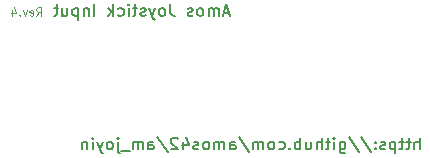
<source format=gbr>
%TF.GenerationSoftware,KiCad,Pcbnew,7.0.1*%
%TF.CreationDate,2023-05-21T17:17:07+09:00*%
%TF.ProjectId,joystick_74hc165_input,6a6f7973-7469-4636-9b5f-373468633136,4*%
%TF.SameCoordinates,Original*%
%TF.FileFunction,Legend,Bot*%
%TF.FilePolarity,Positive*%
%FSLAX46Y46*%
G04 Gerber Fmt 4.6, Leading zero omitted, Abs format (unit mm)*
G04 Created by KiCad (PCBNEW 7.0.1) date 2023-05-21 17:17:07*
%MOMM*%
%LPD*%
G01*
G04 APERTURE LIST*
%ADD10C,0.150000*%
%ADD11C,0.100000*%
G04 APERTURE END LIST*
D10*
X170653104Y-97540619D02*
X170653104Y-96540619D01*
X170224533Y-97540619D02*
X170224533Y-97016809D01*
X170224533Y-97016809D02*
X170272152Y-96921571D01*
X170272152Y-96921571D02*
X170367390Y-96873952D01*
X170367390Y-96873952D02*
X170510247Y-96873952D01*
X170510247Y-96873952D02*
X170605485Y-96921571D01*
X170605485Y-96921571D02*
X170653104Y-96969190D01*
X169891199Y-96873952D02*
X169510247Y-96873952D01*
X169748342Y-96540619D02*
X169748342Y-97397761D01*
X169748342Y-97397761D02*
X169700723Y-97493000D01*
X169700723Y-97493000D02*
X169605485Y-97540619D01*
X169605485Y-97540619D02*
X169510247Y-97540619D01*
X169319770Y-96873952D02*
X168938818Y-96873952D01*
X169176913Y-96540619D02*
X169176913Y-97397761D01*
X169176913Y-97397761D02*
X169129294Y-97493000D01*
X169129294Y-97493000D02*
X169034056Y-97540619D01*
X169034056Y-97540619D02*
X168938818Y-97540619D01*
X168605484Y-96873952D02*
X168605484Y-97873952D01*
X168605484Y-96921571D02*
X168510246Y-96873952D01*
X168510246Y-96873952D02*
X168319770Y-96873952D01*
X168319770Y-96873952D02*
X168224532Y-96921571D01*
X168224532Y-96921571D02*
X168176913Y-96969190D01*
X168176913Y-96969190D02*
X168129294Y-97064428D01*
X168129294Y-97064428D02*
X168129294Y-97350142D01*
X168129294Y-97350142D02*
X168176913Y-97445380D01*
X168176913Y-97445380D02*
X168224532Y-97493000D01*
X168224532Y-97493000D02*
X168319770Y-97540619D01*
X168319770Y-97540619D02*
X168510246Y-97540619D01*
X168510246Y-97540619D02*
X168605484Y-97493000D01*
X167748341Y-97493000D02*
X167653103Y-97540619D01*
X167653103Y-97540619D02*
X167462627Y-97540619D01*
X167462627Y-97540619D02*
X167367389Y-97493000D01*
X167367389Y-97493000D02*
X167319770Y-97397761D01*
X167319770Y-97397761D02*
X167319770Y-97350142D01*
X167319770Y-97350142D02*
X167367389Y-97254904D01*
X167367389Y-97254904D02*
X167462627Y-97207285D01*
X167462627Y-97207285D02*
X167605484Y-97207285D01*
X167605484Y-97207285D02*
X167700722Y-97159666D01*
X167700722Y-97159666D02*
X167748341Y-97064428D01*
X167748341Y-97064428D02*
X167748341Y-97016809D01*
X167748341Y-97016809D02*
X167700722Y-96921571D01*
X167700722Y-96921571D02*
X167605484Y-96873952D01*
X167605484Y-96873952D02*
X167462627Y-96873952D01*
X167462627Y-96873952D02*
X167367389Y-96921571D01*
X166891198Y-97445380D02*
X166843579Y-97493000D01*
X166843579Y-97493000D02*
X166891198Y-97540619D01*
X166891198Y-97540619D02*
X166938817Y-97493000D01*
X166938817Y-97493000D02*
X166891198Y-97445380D01*
X166891198Y-97445380D02*
X166891198Y-97540619D01*
X166891198Y-96921571D02*
X166843579Y-96969190D01*
X166843579Y-96969190D02*
X166891198Y-97016809D01*
X166891198Y-97016809D02*
X166938817Y-96969190D01*
X166938817Y-96969190D02*
X166891198Y-96921571D01*
X166891198Y-96921571D02*
X166891198Y-97016809D01*
X165700723Y-96493000D02*
X166557865Y-97778714D01*
X164653104Y-96493000D02*
X165510246Y-97778714D01*
X163891199Y-96873952D02*
X163891199Y-97683476D01*
X163891199Y-97683476D02*
X163938818Y-97778714D01*
X163938818Y-97778714D02*
X163986437Y-97826333D01*
X163986437Y-97826333D02*
X164081675Y-97873952D01*
X164081675Y-97873952D02*
X164224532Y-97873952D01*
X164224532Y-97873952D02*
X164319770Y-97826333D01*
X163891199Y-97493000D02*
X163986437Y-97540619D01*
X163986437Y-97540619D02*
X164176913Y-97540619D01*
X164176913Y-97540619D02*
X164272151Y-97493000D01*
X164272151Y-97493000D02*
X164319770Y-97445380D01*
X164319770Y-97445380D02*
X164367389Y-97350142D01*
X164367389Y-97350142D02*
X164367389Y-97064428D01*
X164367389Y-97064428D02*
X164319770Y-96969190D01*
X164319770Y-96969190D02*
X164272151Y-96921571D01*
X164272151Y-96921571D02*
X164176913Y-96873952D01*
X164176913Y-96873952D02*
X163986437Y-96873952D01*
X163986437Y-96873952D02*
X163891199Y-96921571D01*
X163415008Y-97540619D02*
X163415008Y-96873952D01*
X163415008Y-96540619D02*
X163462627Y-96588238D01*
X163462627Y-96588238D02*
X163415008Y-96635857D01*
X163415008Y-96635857D02*
X163367389Y-96588238D01*
X163367389Y-96588238D02*
X163415008Y-96540619D01*
X163415008Y-96540619D02*
X163415008Y-96635857D01*
X163081675Y-96873952D02*
X162700723Y-96873952D01*
X162938818Y-96540619D02*
X162938818Y-97397761D01*
X162938818Y-97397761D02*
X162891199Y-97493000D01*
X162891199Y-97493000D02*
X162795961Y-97540619D01*
X162795961Y-97540619D02*
X162700723Y-97540619D01*
X162367389Y-97540619D02*
X162367389Y-96540619D01*
X161938818Y-97540619D02*
X161938818Y-97016809D01*
X161938818Y-97016809D02*
X161986437Y-96921571D01*
X161986437Y-96921571D02*
X162081675Y-96873952D01*
X162081675Y-96873952D02*
X162224532Y-96873952D01*
X162224532Y-96873952D02*
X162319770Y-96921571D01*
X162319770Y-96921571D02*
X162367389Y-96969190D01*
X161034056Y-96873952D02*
X161034056Y-97540619D01*
X161462627Y-96873952D02*
X161462627Y-97397761D01*
X161462627Y-97397761D02*
X161415008Y-97493000D01*
X161415008Y-97493000D02*
X161319770Y-97540619D01*
X161319770Y-97540619D02*
X161176913Y-97540619D01*
X161176913Y-97540619D02*
X161081675Y-97493000D01*
X161081675Y-97493000D02*
X161034056Y-97445380D01*
X160557865Y-97540619D02*
X160557865Y-96540619D01*
X160557865Y-96921571D02*
X160462627Y-96873952D01*
X160462627Y-96873952D02*
X160272151Y-96873952D01*
X160272151Y-96873952D02*
X160176913Y-96921571D01*
X160176913Y-96921571D02*
X160129294Y-96969190D01*
X160129294Y-96969190D02*
X160081675Y-97064428D01*
X160081675Y-97064428D02*
X160081675Y-97350142D01*
X160081675Y-97350142D02*
X160129294Y-97445380D01*
X160129294Y-97445380D02*
X160176913Y-97493000D01*
X160176913Y-97493000D02*
X160272151Y-97540619D01*
X160272151Y-97540619D02*
X160462627Y-97540619D01*
X160462627Y-97540619D02*
X160557865Y-97493000D01*
X159653103Y-97445380D02*
X159605484Y-97493000D01*
X159605484Y-97493000D02*
X159653103Y-97540619D01*
X159653103Y-97540619D02*
X159700722Y-97493000D01*
X159700722Y-97493000D02*
X159653103Y-97445380D01*
X159653103Y-97445380D02*
X159653103Y-97540619D01*
X158748342Y-97493000D02*
X158843580Y-97540619D01*
X158843580Y-97540619D02*
X159034056Y-97540619D01*
X159034056Y-97540619D02*
X159129294Y-97493000D01*
X159129294Y-97493000D02*
X159176913Y-97445380D01*
X159176913Y-97445380D02*
X159224532Y-97350142D01*
X159224532Y-97350142D02*
X159224532Y-97064428D01*
X159224532Y-97064428D02*
X159176913Y-96969190D01*
X159176913Y-96969190D02*
X159129294Y-96921571D01*
X159129294Y-96921571D02*
X159034056Y-96873952D01*
X159034056Y-96873952D02*
X158843580Y-96873952D01*
X158843580Y-96873952D02*
X158748342Y-96921571D01*
X158176913Y-97540619D02*
X158272151Y-97493000D01*
X158272151Y-97493000D02*
X158319770Y-97445380D01*
X158319770Y-97445380D02*
X158367389Y-97350142D01*
X158367389Y-97350142D02*
X158367389Y-97064428D01*
X158367389Y-97064428D02*
X158319770Y-96969190D01*
X158319770Y-96969190D02*
X158272151Y-96921571D01*
X158272151Y-96921571D02*
X158176913Y-96873952D01*
X158176913Y-96873952D02*
X158034056Y-96873952D01*
X158034056Y-96873952D02*
X157938818Y-96921571D01*
X157938818Y-96921571D02*
X157891199Y-96969190D01*
X157891199Y-96969190D02*
X157843580Y-97064428D01*
X157843580Y-97064428D02*
X157843580Y-97350142D01*
X157843580Y-97350142D02*
X157891199Y-97445380D01*
X157891199Y-97445380D02*
X157938818Y-97493000D01*
X157938818Y-97493000D02*
X158034056Y-97540619D01*
X158034056Y-97540619D02*
X158176913Y-97540619D01*
X157415008Y-97540619D02*
X157415008Y-96873952D01*
X157415008Y-96969190D02*
X157367389Y-96921571D01*
X157367389Y-96921571D02*
X157272151Y-96873952D01*
X157272151Y-96873952D02*
X157129294Y-96873952D01*
X157129294Y-96873952D02*
X157034056Y-96921571D01*
X157034056Y-96921571D02*
X156986437Y-97016809D01*
X156986437Y-97016809D02*
X156986437Y-97540619D01*
X156986437Y-97016809D02*
X156938818Y-96921571D01*
X156938818Y-96921571D02*
X156843580Y-96873952D01*
X156843580Y-96873952D02*
X156700723Y-96873952D01*
X156700723Y-96873952D02*
X156605484Y-96921571D01*
X156605484Y-96921571D02*
X156557865Y-97016809D01*
X156557865Y-97016809D02*
X156557865Y-97540619D01*
X155367390Y-96493000D02*
X156224532Y-97778714D01*
X154605485Y-97540619D02*
X154605485Y-97016809D01*
X154605485Y-97016809D02*
X154653104Y-96921571D01*
X154653104Y-96921571D02*
X154748342Y-96873952D01*
X154748342Y-96873952D02*
X154938818Y-96873952D01*
X154938818Y-96873952D02*
X155034056Y-96921571D01*
X154605485Y-97493000D02*
X154700723Y-97540619D01*
X154700723Y-97540619D02*
X154938818Y-97540619D01*
X154938818Y-97540619D02*
X155034056Y-97493000D01*
X155034056Y-97493000D02*
X155081675Y-97397761D01*
X155081675Y-97397761D02*
X155081675Y-97302523D01*
X155081675Y-97302523D02*
X155034056Y-97207285D01*
X155034056Y-97207285D02*
X154938818Y-97159666D01*
X154938818Y-97159666D02*
X154700723Y-97159666D01*
X154700723Y-97159666D02*
X154605485Y-97112047D01*
X154129294Y-97540619D02*
X154129294Y-96873952D01*
X154129294Y-96969190D02*
X154081675Y-96921571D01*
X154081675Y-96921571D02*
X153986437Y-96873952D01*
X153986437Y-96873952D02*
X153843580Y-96873952D01*
X153843580Y-96873952D02*
X153748342Y-96921571D01*
X153748342Y-96921571D02*
X153700723Y-97016809D01*
X153700723Y-97016809D02*
X153700723Y-97540619D01*
X153700723Y-97016809D02*
X153653104Y-96921571D01*
X153653104Y-96921571D02*
X153557866Y-96873952D01*
X153557866Y-96873952D02*
X153415009Y-96873952D01*
X153415009Y-96873952D02*
X153319770Y-96921571D01*
X153319770Y-96921571D02*
X153272151Y-97016809D01*
X153272151Y-97016809D02*
X153272151Y-97540619D01*
X152653104Y-97540619D02*
X152748342Y-97493000D01*
X152748342Y-97493000D02*
X152795961Y-97445380D01*
X152795961Y-97445380D02*
X152843580Y-97350142D01*
X152843580Y-97350142D02*
X152843580Y-97064428D01*
X152843580Y-97064428D02*
X152795961Y-96969190D01*
X152795961Y-96969190D02*
X152748342Y-96921571D01*
X152748342Y-96921571D02*
X152653104Y-96873952D01*
X152653104Y-96873952D02*
X152510247Y-96873952D01*
X152510247Y-96873952D02*
X152415009Y-96921571D01*
X152415009Y-96921571D02*
X152367390Y-96969190D01*
X152367390Y-96969190D02*
X152319771Y-97064428D01*
X152319771Y-97064428D02*
X152319771Y-97350142D01*
X152319771Y-97350142D02*
X152367390Y-97445380D01*
X152367390Y-97445380D02*
X152415009Y-97493000D01*
X152415009Y-97493000D02*
X152510247Y-97540619D01*
X152510247Y-97540619D02*
X152653104Y-97540619D01*
X151938818Y-97493000D02*
X151843580Y-97540619D01*
X151843580Y-97540619D02*
X151653104Y-97540619D01*
X151653104Y-97540619D02*
X151557866Y-97493000D01*
X151557866Y-97493000D02*
X151510247Y-97397761D01*
X151510247Y-97397761D02*
X151510247Y-97350142D01*
X151510247Y-97350142D02*
X151557866Y-97254904D01*
X151557866Y-97254904D02*
X151653104Y-97207285D01*
X151653104Y-97207285D02*
X151795961Y-97207285D01*
X151795961Y-97207285D02*
X151891199Y-97159666D01*
X151891199Y-97159666D02*
X151938818Y-97064428D01*
X151938818Y-97064428D02*
X151938818Y-97016809D01*
X151938818Y-97016809D02*
X151891199Y-96921571D01*
X151891199Y-96921571D02*
X151795961Y-96873952D01*
X151795961Y-96873952D02*
X151653104Y-96873952D01*
X151653104Y-96873952D02*
X151557866Y-96921571D01*
X150653104Y-96873952D02*
X150653104Y-97540619D01*
X150891199Y-96493000D02*
X151129294Y-97207285D01*
X151129294Y-97207285D02*
X150510247Y-97207285D01*
X150176913Y-96635857D02*
X150129294Y-96588238D01*
X150129294Y-96588238D02*
X150034056Y-96540619D01*
X150034056Y-96540619D02*
X149795961Y-96540619D01*
X149795961Y-96540619D02*
X149700723Y-96588238D01*
X149700723Y-96588238D02*
X149653104Y-96635857D01*
X149653104Y-96635857D02*
X149605485Y-96731095D01*
X149605485Y-96731095D02*
X149605485Y-96826333D01*
X149605485Y-96826333D02*
X149653104Y-96969190D01*
X149653104Y-96969190D02*
X150224532Y-97540619D01*
X150224532Y-97540619D02*
X149605485Y-97540619D01*
X148462628Y-96493000D02*
X149319770Y-97778714D01*
X147700723Y-97540619D02*
X147700723Y-97016809D01*
X147700723Y-97016809D02*
X147748342Y-96921571D01*
X147748342Y-96921571D02*
X147843580Y-96873952D01*
X147843580Y-96873952D02*
X148034056Y-96873952D01*
X148034056Y-96873952D02*
X148129294Y-96921571D01*
X147700723Y-97493000D02*
X147795961Y-97540619D01*
X147795961Y-97540619D02*
X148034056Y-97540619D01*
X148034056Y-97540619D02*
X148129294Y-97493000D01*
X148129294Y-97493000D02*
X148176913Y-97397761D01*
X148176913Y-97397761D02*
X148176913Y-97302523D01*
X148176913Y-97302523D02*
X148129294Y-97207285D01*
X148129294Y-97207285D02*
X148034056Y-97159666D01*
X148034056Y-97159666D02*
X147795961Y-97159666D01*
X147795961Y-97159666D02*
X147700723Y-97112047D01*
X147224532Y-97540619D02*
X147224532Y-96873952D01*
X147224532Y-96969190D02*
X147176913Y-96921571D01*
X147176913Y-96921571D02*
X147081675Y-96873952D01*
X147081675Y-96873952D02*
X146938818Y-96873952D01*
X146938818Y-96873952D02*
X146843580Y-96921571D01*
X146843580Y-96921571D02*
X146795961Y-97016809D01*
X146795961Y-97016809D02*
X146795961Y-97540619D01*
X146795961Y-97016809D02*
X146748342Y-96921571D01*
X146748342Y-96921571D02*
X146653104Y-96873952D01*
X146653104Y-96873952D02*
X146510247Y-96873952D01*
X146510247Y-96873952D02*
X146415008Y-96921571D01*
X146415008Y-96921571D02*
X146367389Y-97016809D01*
X146367389Y-97016809D02*
X146367389Y-97540619D01*
X146129295Y-97635857D02*
X145367390Y-97635857D01*
X145129294Y-96873952D02*
X145129294Y-97731095D01*
X145129294Y-97731095D02*
X145176913Y-97826333D01*
X145176913Y-97826333D02*
X145272151Y-97873952D01*
X145272151Y-97873952D02*
X145319770Y-97873952D01*
X145129294Y-96540619D02*
X145176913Y-96588238D01*
X145176913Y-96588238D02*
X145129294Y-96635857D01*
X145129294Y-96635857D02*
X145081675Y-96588238D01*
X145081675Y-96588238D02*
X145129294Y-96540619D01*
X145129294Y-96540619D02*
X145129294Y-96635857D01*
X144510247Y-97540619D02*
X144605485Y-97493000D01*
X144605485Y-97493000D02*
X144653104Y-97445380D01*
X144653104Y-97445380D02*
X144700723Y-97350142D01*
X144700723Y-97350142D02*
X144700723Y-97064428D01*
X144700723Y-97064428D02*
X144653104Y-96969190D01*
X144653104Y-96969190D02*
X144605485Y-96921571D01*
X144605485Y-96921571D02*
X144510247Y-96873952D01*
X144510247Y-96873952D02*
X144367390Y-96873952D01*
X144367390Y-96873952D02*
X144272152Y-96921571D01*
X144272152Y-96921571D02*
X144224533Y-96969190D01*
X144224533Y-96969190D02*
X144176914Y-97064428D01*
X144176914Y-97064428D02*
X144176914Y-97350142D01*
X144176914Y-97350142D02*
X144224533Y-97445380D01*
X144224533Y-97445380D02*
X144272152Y-97493000D01*
X144272152Y-97493000D02*
X144367390Y-97540619D01*
X144367390Y-97540619D02*
X144510247Y-97540619D01*
X143843580Y-96873952D02*
X143605485Y-97540619D01*
X143367390Y-96873952D02*
X143605485Y-97540619D01*
X143605485Y-97540619D02*
X143700723Y-97778714D01*
X143700723Y-97778714D02*
X143748342Y-97826333D01*
X143748342Y-97826333D02*
X143843580Y-97873952D01*
X142986437Y-97540619D02*
X142986437Y-96873952D01*
X142986437Y-96540619D02*
X143034056Y-96588238D01*
X143034056Y-96588238D02*
X142986437Y-96635857D01*
X142986437Y-96635857D02*
X142938818Y-96588238D01*
X142938818Y-96588238D02*
X142986437Y-96540619D01*
X142986437Y-96540619D02*
X142986437Y-96635857D01*
X142510247Y-96873952D02*
X142510247Y-97540619D01*
X142510247Y-96969190D02*
X142462628Y-96921571D01*
X142462628Y-96921571D02*
X142367390Y-96873952D01*
X142367390Y-96873952D02*
X142224533Y-96873952D01*
X142224533Y-96873952D02*
X142129295Y-96921571D01*
X142129295Y-96921571D02*
X142081676Y-97016809D01*
X142081676Y-97016809D02*
X142081676Y-97540619D01*
D11*
X138218933Y-86226633D02*
X138452266Y-85893300D01*
X138618933Y-86226633D02*
X138618933Y-85526633D01*
X138618933Y-85526633D02*
X138352266Y-85526633D01*
X138352266Y-85526633D02*
X138285600Y-85559966D01*
X138285600Y-85559966D02*
X138252266Y-85593300D01*
X138252266Y-85593300D02*
X138218933Y-85659966D01*
X138218933Y-85659966D02*
X138218933Y-85759966D01*
X138218933Y-85759966D02*
X138252266Y-85826633D01*
X138252266Y-85826633D02*
X138285600Y-85859966D01*
X138285600Y-85859966D02*
X138352266Y-85893300D01*
X138352266Y-85893300D02*
X138618933Y-85893300D01*
X137652266Y-86193300D02*
X137718933Y-86226633D01*
X137718933Y-86226633D02*
X137852266Y-86226633D01*
X137852266Y-86226633D02*
X137918933Y-86193300D01*
X137918933Y-86193300D02*
X137952266Y-86126633D01*
X137952266Y-86126633D02*
X137952266Y-85859966D01*
X137952266Y-85859966D02*
X137918933Y-85793300D01*
X137918933Y-85793300D02*
X137852266Y-85759966D01*
X137852266Y-85759966D02*
X137718933Y-85759966D01*
X137718933Y-85759966D02*
X137652266Y-85793300D01*
X137652266Y-85793300D02*
X137618933Y-85859966D01*
X137618933Y-85859966D02*
X137618933Y-85926633D01*
X137618933Y-85926633D02*
X137952266Y-85993300D01*
X137385600Y-85759966D02*
X137218933Y-86226633D01*
X137218933Y-86226633D02*
X137052266Y-85759966D01*
X136785600Y-86159966D02*
X136752267Y-86193300D01*
X136752267Y-86193300D02*
X136785600Y-86226633D01*
X136785600Y-86226633D02*
X136818933Y-86193300D01*
X136818933Y-86193300D02*
X136785600Y-86159966D01*
X136785600Y-86159966D02*
X136785600Y-86226633D01*
X136152267Y-85759966D02*
X136152267Y-86226633D01*
X136318934Y-85493300D02*
X136485600Y-85993300D01*
X136485600Y-85993300D02*
X136052267Y-85993300D01*
D10*
X154548552Y-85952704D02*
X154072362Y-85952704D01*
X154643790Y-86238419D02*
X154310457Y-85238419D01*
X154310457Y-85238419D02*
X153977124Y-86238419D01*
X153643790Y-86238419D02*
X153643790Y-85571752D01*
X153643790Y-85666990D02*
X153596171Y-85619371D01*
X153596171Y-85619371D02*
X153500933Y-85571752D01*
X153500933Y-85571752D02*
X153358076Y-85571752D01*
X153358076Y-85571752D02*
X153262838Y-85619371D01*
X153262838Y-85619371D02*
X153215219Y-85714609D01*
X153215219Y-85714609D02*
X153215219Y-86238419D01*
X153215219Y-85714609D02*
X153167600Y-85619371D01*
X153167600Y-85619371D02*
X153072362Y-85571752D01*
X153072362Y-85571752D02*
X152929505Y-85571752D01*
X152929505Y-85571752D02*
X152834266Y-85619371D01*
X152834266Y-85619371D02*
X152786647Y-85714609D01*
X152786647Y-85714609D02*
X152786647Y-86238419D01*
X152167600Y-86238419D02*
X152262838Y-86190800D01*
X152262838Y-86190800D02*
X152310457Y-86143180D01*
X152310457Y-86143180D02*
X152358076Y-86047942D01*
X152358076Y-86047942D02*
X152358076Y-85762228D01*
X152358076Y-85762228D02*
X152310457Y-85666990D01*
X152310457Y-85666990D02*
X152262838Y-85619371D01*
X152262838Y-85619371D02*
X152167600Y-85571752D01*
X152167600Y-85571752D02*
X152024743Y-85571752D01*
X152024743Y-85571752D02*
X151929505Y-85619371D01*
X151929505Y-85619371D02*
X151881886Y-85666990D01*
X151881886Y-85666990D02*
X151834267Y-85762228D01*
X151834267Y-85762228D02*
X151834267Y-86047942D01*
X151834267Y-86047942D02*
X151881886Y-86143180D01*
X151881886Y-86143180D02*
X151929505Y-86190800D01*
X151929505Y-86190800D02*
X152024743Y-86238419D01*
X152024743Y-86238419D02*
X152167600Y-86238419D01*
X151453314Y-86190800D02*
X151358076Y-86238419D01*
X151358076Y-86238419D02*
X151167600Y-86238419D01*
X151167600Y-86238419D02*
X151072362Y-86190800D01*
X151072362Y-86190800D02*
X151024743Y-86095561D01*
X151024743Y-86095561D02*
X151024743Y-86047942D01*
X151024743Y-86047942D02*
X151072362Y-85952704D01*
X151072362Y-85952704D02*
X151167600Y-85905085D01*
X151167600Y-85905085D02*
X151310457Y-85905085D01*
X151310457Y-85905085D02*
X151405695Y-85857466D01*
X151405695Y-85857466D02*
X151453314Y-85762228D01*
X151453314Y-85762228D02*
X151453314Y-85714609D01*
X151453314Y-85714609D02*
X151405695Y-85619371D01*
X151405695Y-85619371D02*
X151310457Y-85571752D01*
X151310457Y-85571752D02*
X151167600Y-85571752D01*
X151167600Y-85571752D02*
X151072362Y-85619371D01*
X149548552Y-85238419D02*
X149548552Y-85952704D01*
X149548552Y-85952704D02*
X149596171Y-86095561D01*
X149596171Y-86095561D02*
X149691409Y-86190800D01*
X149691409Y-86190800D02*
X149834266Y-86238419D01*
X149834266Y-86238419D02*
X149929504Y-86238419D01*
X148929504Y-86238419D02*
X149024742Y-86190800D01*
X149024742Y-86190800D02*
X149072361Y-86143180D01*
X149072361Y-86143180D02*
X149119980Y-86047942D01*
X149119980Y-86047942D02*
X149119980Y-85762228D01*
X149119980Y-85762228D02*
X149072361Y-85666990D01*
X149072361Y-85666990D02*
X149024742Y-85619371D01*
X149024742Y-85619371D02*
X148929504Y-85571752D01*
X148929504Y-85571752D02*
X148786647Y-85571752D01*
X148786647Y-85571752D02*
X148691409Y-85619371D01*
X148691409Y-85619371D02*
X148643790Y-85666990D01*
X148643790Y-85666990D02*
X148596171Y-85762228D01*
X148596171Y-85762228D02*
X148596171Y-86047942D01*
X148596171Y-86047942D02*
X148643790Y-86143180D01*
X148643790Y-86143180D02*
X148691409Y-86190800D01*
X148691409Y-86190800D02*
X148786647Y-86238419D01*
X148786647Y-86238419D02*
X148929504Y-86238419D01*
X148262837Y-85571752D02*
X148024742Y-86238419D01*
X147786647Y-85571752D02*
X148024742Y-86238419D01*
X148024742Y-86238419D02*
X148119980Y-86476514D01*
X148119980Y-86476514D02*
X148167599Y-86524133D01*
X148167599Y-86524133D02*
X148262837Y-86571752D01*
X147453313Y-86190800D02*
X147358075Y-86238419D01*
X147358075Y-86238419D02*
X147167599Y-86238419D01*
X147167599Y-86238419D02*
X147072361Y-86190800D01*
X147072361Y-86190800D02*
X147024742Y-86095561D01*
X147024742Y-86095561D02*
X147024742Y-86047942D01*
X147024742Y-86047942D02*
X147072361Y-85952704D01*
X147072361Y-85952704D02*
X147167599Y-85905085D01*
X147167599Y-85905085D02*
X147310456Y-85905085D01*
X147310456Y-85905085D02*
X147405694Y-85857466D01*
X147405694Y-85857466D02*
X147453313Y-85762228D01*
X147453313Y-85762228D02*
X147453313Y-85714609D01*
X147453313Y-85714609D02*
X147405694Y-85619371D01*
X147405694Y-85619371D02*
X147310456Y-85571752D01*
X147310456Y-85571752D02*
X147167599Y-85571752D01*
X147167599Y-85571752D02*
X147072361Y-85619371D01*
X146739027Y-85571752D02*
X146358075Y-85571752D01*
X146596170Y-85238419D02*
X146596170Y-86095561D01*
X146596170Y-86095561D02*
X146548551Y-86190800D01*
X146548551Y-86190800D02*
X146453313Y-86238419D01*
X146453313Y-86238419D02*
X146358075Y-86238419D01*
X146024741Y-86238419D02*
X146024741Y-85571752D01*
X146024741Y-85238419D02*
X146072360Y-85286038D01*
X146072360Y-85286038D02*
X146024741Y-85333657D01*
X146024741Y-85333657D02*
X145977122Y-85286038D01*
X145977122Y-85286038D02*
X146024741Y-85238419D01*
X146024741Y-85238419D02*
X146024741Y-85333657D01*
X145119980Y-86190800D02*
X145215218Y-86238419D01*
X145215218Y-86238419D02*
X145405694Y-86238419D01*
X145405694Y-86238419D02*
X145500932Y-86190800D01*
X145500932Y-86190800D02*
X145548551Y-86143180D01*
X145548551Y-86143180D02*
X145596170Y-86047942D01*
X145596170Y-86047942D02*
X145596170Y-85762228D01*
X145596170Y-85762228D02*
X145548551Y-85666990D01*
X145548551Y-85666990D02*
X145500932Y-85619371D01*
X145500932Y-85619371D02*
X145405694Y-85571752D01*
X145405694Y-85571752D02*
X145215218Y-85571752D01*
X145215218Y-85571752D02*
X145119980Y-85619371D01*
X144691408Y-86238419D02*
X144691408Y-85238419D01*
X144596170Y-85857466D02*
X144310456Y-86238419D01*
X144310456Y-85571752D02*
X144691408Y-85952704D01*
X143119979Y-86238419D02*
X143119979Y-85238419D01*
X142643789Y-85571752D02*
X142643789Y-86238419D01*
X142643789Y-85666990D02*
X142596170Y-85619371D01*
X142596170Y-85619371D02*
X142500932Y-85571752D01*
X142500932Y-85571752D02*
X142358075Y-85571752D01*
X142358075Y-85571752D02*
X142262837Y-85619371D01*
X142262837Y-85619371D02*
X142215218Y-85714609D01*
X142215218Y-85714609D02*
X142215218Y-86238419D01*
X141739027Y-85571752D02*
X141739027Y-86571752D01*
X141739027Y-85619371D02*
X141643789Y-85571752D01*
X141643789Y-85571752D02*
X141453313Y-85571752D01*
X141453313Y-85571752D02*
X141358075Y-85619371D01*
X141358075Y-85619371D02*
X141310456Y-85666990D01*
X141310456Y-85666990D02*
X141262837Y-85762228D01*
X141262837Y-85762228D02*
X141262837Y-86047942D01*
X141262837Y-86047942D02*
X141310456Y-86143180D01*
X141310456Y-86143180D02*
X141358075Y-86190800D01*
X141358075Y-86190800D02*
X141453313Y-86238419D01*
X141453313Y-86238419D02*
X141643789Y-86238419D01*
X141643789Y-86238419D02*
X141739027Y-86190800D01*
X140405694Y-85571752D02*
X140405694Y-86238419D01*
X140834265Y-85571752D02*
X140834265Y-86095561D01*
X140834265Y-86095561D02*
X140786646Y-86190800D01*
X140786646Y-86190800D02*
X140691408Y-86238419D01*
X140691408Y-86238419D02*
X140548551Y-86238419D01*
X140548551Y-86238419D02*
X140453313Y-86190800D01*
X140453313Y-86190800D02*
X140405694Y-86143180D01*
X140072360Y-85571752D02*
X139691408Y-85571752D01*
X139929503Y-85238419D02*
X139929503Y-86095561D01*
X139929503Y-86095561D02*
X139881884Y-86190800D01*
X139881884Y-86190800D02*
X139786646Y-86238419D01*
X139786646Y-86238419D02*
X139691408Y-86238419D01*
M02*

</source>
